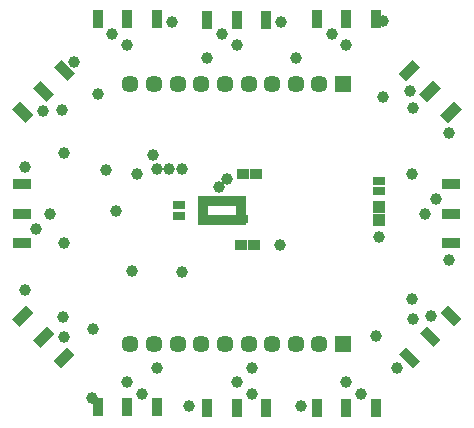
<source format=gts>
G04 #@! TF.FileFunction,Soldermask,Top*
%FSLAX46Y46*%
G04 Gerber Fmt 4.6, Leading zero omitted, Abs format (unit mm)*
G04 Created by KiCad (PCBNEW 4.0.7-e2-6376~58~ubuntu16.04.1) date Thu Aug  2 19:25:17 2018*
%MOMM*%
%LPD*%
G01*
G04 APERTURE LIST*
%ADD10C,0.100000*%
%ADD11C,1.450000*%
%ADD12R,1.450000X1.450000*%
%ADD13R,0.900000X1.650000*%
%ADD14R,0.900000X0.900000*%
%ADD15R,0.650000X0.650000*%
%ADD16R,1.650000X0.900000*%
%ADD17R,1.000000X0.900000*%
%ADD18R,1.100000X1.000000*%
%ADD19R,1.000000X0.800000*%
%ADD20C,1.000000*%
G04 APERTURE END LIST*
D10*
D11*
X130000000Y-86000000D03*
X146000000Y-86000000D03*
D12*
X148000000Y-86000000D03*
D11*
X134000000Y-86000000D03*
X132000000Y-86000000D03*
X144000000Y-86000000D03*
X142000000Y-86000000D03*
X136000000Y-86000000D03*
X138000000Y-86000000D03*
X140000000Y-86000000D03*
D13*
X132230000Y-80540000D03*
X129730000Y-80540000D03*
X127230000Y-80540000D03*
X141510000Y-80570000D03*
X139010000Y-80570000D03*
X136510000Y-80570000D03*
X150780000Y-80550000D03*
X148280000Y-80550000D03*
X145780000Y-80550000D03*
X145790000Y-113450000D03*
X148290000Y-113450000D03*
X150790000Y-113450000D03*
X127220000Y-113390000D03*
X129720000Y-113390000D03*
X132220000Y-113390000D03*
D14*
X139340000Y-97560000D03*
X138540000Y-97560000D03*
X137740000Y-97560000D03*
X136940000Y-97560000D03*
X136140000Y-97560000D03*
X136140000Y-96760000D03*
X136140000Y-95960000D03*
X136940000Y-95960000D03*
X137740000Y-95960000D03*
X138540000Y-95960000D03*
X139340000Y-95960000D03*
X139340000Y-96760000D03*
D15*
X139640000Y-97435000D03*
D10*
G36*
X158039328Y-88132602D02*
X156872602Y-89299328D01*
X156236206Y-88662932D01*
X157402932Y-87496206D01*
X158039328Y-88132602D01*
X158039328Y-88132602D01*
G37*
G36*
X156271561Y-86364835D02*
X155104835Y-87531561D01*
X154468439Y-86895165D01*
X155635165Y-85728439D01*
X156271561Y-86364835D01*
X156271561Y-86364835D01*
G37*
G36*
X154503794Y-84597068D02*
X153337068Y-85763794D01*
X152700672Y-85127398D01*
X153867398Y-83960672D01*
X154503794Y-84597068D01*
X154503794Y-84597068D01*
G37*
D16*
X157120000Y-99500000D03*
X157120000Y-97000000D03*
X157120000Y-94500000D03*
X120860000Y-94510000D03*
X120860000Y-97010000D03*
X120860000Y-99510000D03*
D13*
X136500000Y-113450000D03*
X139000000Y-113450000D03*
X141500000Y-113450000D03*
D10*
G36*
X119960672Y-105927398D02*
X121127398Y-104760672D01*
X121763794Y-105397068D01*
X120597068Y-106563794D01*
X119960672Y-105927398D01*
X119960672Y-105927398D01*
G37*
G36*
X121728439Y-107695165D02*
X122895165Y-106528439D01*
X123531561Y-107164835D01*
X122364835Y-108331561D01*
X121728439Y-107695165D01*
X121728439Y-107695165D01*
G37*
G36*
X123496206Y-109462932D02*
X124662932Y-108296206D01*
X125299328Y-108932602D01*
X124132602Y-110099328D01*
X123496206Y-109462932D01*
X123496206Y-109462932D01*
G37*
G36*
X153887398Y-110069328D02*
X152720672Y-108902602D01*
X153357068Y-108266206D01*
X154523794Y-109432932D01*
X153887398Y-110069328D01*
X153887398Y-110069328D01*
G37*
G36*
X155655165Y-108301561D02*
X154488439Y-107134835D01*
X155124835Y-106498439D01*
X156291561Y-107665165D01*
X155655165Y-108301561D01*
X155655165Y-108301561D01*
G37*
G36*
X157422932Y-106533794D02*
X156256206Y-105367068D01*
X156892602Y-104730672D01*
X158059328Y-105897398D01*
X157422932Y-106533794D01*
X157422932Y-106533794D01*
G37*
G36*
X124152602Y-83950672D02*
X125319328Y-85117398D01*
X124682932Y-85753794D01*
X123516206Y-84587068D01*
X124152602Y-83950672D01*
X124152602Y-83950672D01*
G37*
G36*
X122384835Y-85718439D02*
X123551561Y-86885165D01*
X122915165Y-87521561D01*
X121748439Y-86354835D01*
X122384835Y-85718439D01*
X122384835Y-85718439D01*
G37*
G36*
X120617068Y-87486206D02*
X121783794Y-88652932D01*
X121147398Y-89289328D01*
X119980672Y-88122602D01*
X120617068Y-87486206D01*
X120617068Y-87486206D01*
G37*
D17*
X139350000Y-99650000D03*
X140450000Y-99650000D03*
X140650000Y-93675000D03*
X139550000Y-93675000D03*
D18*
X151025000Y-96400000D03*
X151025000Y-97500000D03*
D19*
X151025000Y-94200000D03*
X151025000Y-95100000D03*
X134150000Y-97200000D03*
X134150000Y-96300000D03*
D11*
X130000000Y-108000000D03*
X146000000Y-108000000D03*
D12*
X148000000Y-108000000D03*
D11*
X134000000Y-108000000D03*
X132000000Y-108000000D03*
X144000000Y-108000000D03*
X142000000Y-108000000D03*
X136000000Y-108000000D03*
X138000000Y-108000000D03*
X140000000Y-108000000D03*
D20*
X142625000Y-99625000D03*
X130150000Y-101880000D03*
X134400000Y-101890000D03*
X126725000Y-112575000D03*
X151420000Y-80640000D03*
X133500000Y-80750000D03*
X142720000Y-80750000D03*
X156970000Y-90180000D03*
X156970000Y-100910000D03*
X152580000Y-110030000D03*
X144450000Y-113310000D03*
X134970000Y-113310000D03*
X121050000Y-103480000D03*
X125240000Y-84160000D03*
X121050000Y-93080000D03*
X133225000Y-93200000D03*
X153825000Y-93675000D03*
X127890000Y-93330000D03*
X132220000Y-93240000D03*
X126810000Y-106760000D03*
X153830000Y-104230000D03*
X132230000Y-110020000D03*
X140260000Y-110030000D03*
X150770000Y-107350000D03*
X136510000Y-83840000D03*
X127220000Y-86850000D03*
X124360000Y-91870000D03*
X124370000Y-99490000D03*
X151370000Y-87080000D03*
X144000000Y-83840000D03*
X151020000Y-98940000D03*
X134330000Y-93240000D03*
X131890000Y-92010000D03*
X137470000Y-94700000D03*
X124270000Y-105760000D03*
X139010000Y-111220000D03*
X124220000Y-88190000D03*
X123170000Y-97000000D03*
X148290000Y-111210000D03*
X153890000Y-105900000D03*
X154970000Y-97000000D03*
X153920000Y-88070000D03*
X139010000Y-82680000D03*
X129730000Y-82680000D03*
X148290000Y-82680000D03*
X129740000Y-111220000D03*
X138150000Y-94060000D03*
X130570000Y-93630000D03*
X122600000Y-88340000D03*
X122030000Y-98250000D03*
X124370000Y-107440000D03*
X130980000Y-112290000D03*
X140260000Y-112290000D03*
X149540000Y-112290000D03*
X155410000Y-105650000D03*
X155900000Y-95750000D03*
X153660000Y-86570000D03*
X137760000Y-81810000D03*
X147030000Y-81810000D03*
X128480000Y-81810000D03*
X128750000Y-96775000D03*
M02*

</source>
